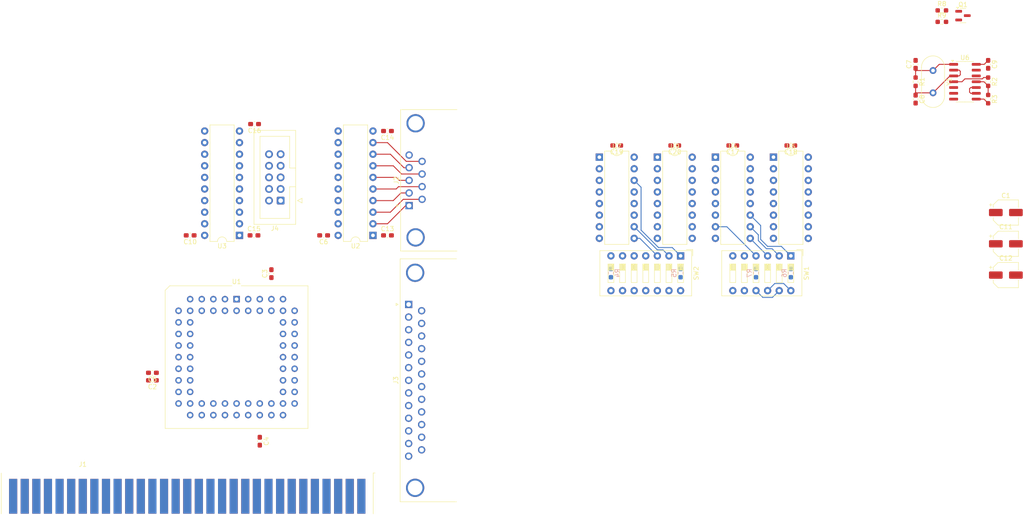
<source format=kicad_pcb>
(kicad_pcb (version 20240108) (generator "pcbnew") (generator_version "8.0")
  (layers (0 "F.Cu" signal) (31 "B.Cu" signal) (34 "B.Paste" user) (35 "F.Paste" user) (36 "B.SilkS" user "B.Silkscreen") (37 "F.SilkS" user "F.Silkscreen") (38 "B.Mask" user) (39 "F.Mask" user) (44 "Edge.Cuts" user))
  (net 0 "")
  (net 1 "GND")
  (net 2 "+5V")
  (net 3 "Net-(C7-Pad1)")
  (net 4 "Net-(C8-Pad1)")
  (net 5 "+12V")
  (net 6 "-12V")
  (net 7 "/IRQ3")
  (net 9 "/A1")
  (net 11 "/IRQ6")
  (net 13 "/D3")
  (net 14 "/Address and Config/A6")
  (net 16 "/Address and Config/AEN")
  (net 21 "/A2")
  (net 24 "/D4")
  (net 27 "/Address and Config/A8")
  (net 28 "/D0")
  (net 29 "/Address and Config/A4")
  (net 32 "/RESET")
  (net 33 "/D7")
  (net 34 "/D6")
  (net 35 "/IRQ5")
  (net 38 "/~{IOR}")
  (net 43 "/IRQ4")
  (net 44 "/Address and Config/A7")
  (net 46 "/IRQ7")
  (net 50 "/Address and Config/A3")
  (net 51 "/D1")
  (net 54 "/~{IOW}")
  (net 56 "/D2")
  (net 57 "/D5")
  (net 58 "/Address and Config/A5")
  (net 59 "/A0")
  (net 61 "/Address and Config/A9")
  (net 62 "Net-(U2-RA4)")
  (net 63 "Net-(U2-RA3)")
  (net 64 "Net-(U2-DY3)")
  (net 65 "Net-(U2-RA5)")
  (net 66 "Net-(U2-RA1)")
  (net 67 "Net-(U2-DY2)")
  (net 68 "Net-(U2-DY1)")
  (net 69 "Net-(U2-RA2)")
  (net 70 "/PARPORT_PD1")
  (net 71 "/PARPORT_PD6")
  (net 72 "/PARPORT_PD0")
  (net 73 "/PARPORT_PD5")
  (net 74 "/PARPORT_PD3")
  (net 75 "/~{PARPORT_AFD}")
  (net 76 "/~{PARPORT_STB}")
  (net 77 "/PARPORT_PD4")
  (net 78 "/PARPORT_SLCT")
  (net 79 "/~{PARPORT_ERR}")
  (net 80 "/~{PARPORT_ACK}")
  (net 81 "/PARPORT_BUSY")
  (net 82 "/~{PARPORT_SLIN}")
  (net 83 "/PARPORT_PE")
  (net 84 "/PARPORT_PD7")
  (net 85 "/~{PARPORT_INIT}")
  (net 86 "/PARPORT_PD2")
  (net 87 "Net-(J4-Pin_8)")
  (net 88 "Net-(J4-Pin_3)")
  (net 89 "Net-(J4-Pin_2)")
  (net 90 "Net-(J4-Pin_6)")
  (net 92 "Net-(J4-Pin_5)")
  (net 93 "Net-(J4-Pin_7)")
  (net 94 "Net-(J4-Pin_4)")
  (net 95 "Net-(J4-Pin_1)")
  (net 96 "Net-(R2-Pad2)")
  (net 97 "Net-(R2-Pad1)")
  (net 98 "/CLK_UART")
  (net 99 "/Address and Config/PEMD")
  (net 100 "/Address and Config/~{PARPORT_CS}")
  (net 101 "/Address and Config/~{UART1_CS}")
  (net 102 "/Address and Config/~{UART0_CS}")
  (net 103 "/Address and Config/~{0x3F8}")
  (net 104 "/Address and Config/UART1_INT")
  (net 105 "/Address and Config/~{0x2E8}")
  (net 106 "/Address and Config/UART0_INT")
  (net 107 "/Address and Config/~{0x2F8}")
  (net 108 "/Address and Config/~{0x3E8}")
  (net 109 "/Address and Config/PARPORT_INT")
  (net 110 "/Address and Config/~{0x378}")
  (net 111 "/Address and Config/~{0x3BC}")
  (net 112 "/Address and Config/~{0x278}")
  (net 114 "/~{UART0_RTS}")
  (net 115 "/~{UART0_RI}")
  (net 116 "/~{UART1_RTS}")
  (net 118 "/~{UART1_DSR}")
  (net 119 "/~{RESET}")
  (net 120 "/~{UART0_DSR}")
  (net 123 "/~{UART0_DTR}")
  (net 124 "/UART0_SIN")
  (net 126 "/~{UART1_DTR}")
  (net 127 "/UART0_SOUT")
  (net 128 "/UART1_SOUT")
  (net 131 "/UART1_SIN")
  (net 132 "/~{UART0_CTS}")
  (net 133 "/~{UART1_RI}")
  (net 134 "/~{UART1_CTS}")
  (net 135 "/~{UART0_DCD}")
  (net 136 "/~{UART1_DCD}")
  (net 138 "Net-(U4-E2)")
  (net 149 "Net-(U6-Pad10)")
  (net 153 "Net-(U7-E2)")
  (net 165 "Net-(Q1-B)")
  (footprint "Capacitor_SMD:C_0603_1608Metric_Pad1.08x0.95mm_HandSolder" (layer "F.Cu") (at 203.2 90.17 180)
    (property "Reference" "C17")
    (property "Value" "100n")
  )
  (footprint "Package_SO:SO-14_3.9x8.65mm_P1.27mm" (layer "F.Cu") (at 254 76.2)
    (property "Reference" "U6")
    (property "Value" "74HCU04")
  )
  (footprint "pc-parts:BUS_AT_8BIT" (layer "F.Cu") (at 121.92 167.005)
    (property "Reference" "J1")
    (property "Value" "Bus_ISA_8bit")
  )
  (footprint "Connector_IDC:IDC-Header_2x05_P2.54mm_Vertical" (layer "F.Cu") (at 104.2575 102.235 180)
    (property "Reference" "J4")
    (property "Value" "Conn_02x05_Odd_Even")
  )
  (footprint "Capacitor_SMD:CP_Elec_5x5.3" (layer "F.Cu") (at 262.955 118.550662)
    (property "Reference" "C12")
    (property "Value" "22u")
  )
  (footprint "Capacitor_SMD:C_0603_1608Metric_Pad1.08x0.95mm_HandSolder" (layer "F.Cu") (at 76.2 141.605 180)
    (property "Reference" "C2")
    (property "Value" "100n")
  )
  (footprint "Package_DIP:DIP-16_W7.62mm" (layer "F.Cu") (at 212.1 92.725)
    (property "Reference" "U5")
    (property "Value" "74LS138")
  )
  (footprint "Capacitor_SMD:C_0603_1608Metric_Pad1.08x0.95mm_HandSolder" (layer "F.Cu") (at 127.635 86.995 180)
    (property "Reference" "C14")
    (property "Value" "100n")
  )
  (footprint "Capacitor_SMD:C_0603_1608Metric_Pad1.08x0.95mm_HandSolder" (layer "F.Cu") (at 99.695 154.94 -90)
    (property "Reference" "C4")
    (property "Value" "100n")
  )
  (footprint "Resistor_SMD:R_0603_1608Metric_Pad0.98x0.95mm_HandSolder" (layer "F.Cu") (at 259.08 76.2 -90)
    (property "Reference" "R2")
    (property "Value" "1K")
  )
  (footprint "Resistor_SMD:R_0603_1608Metric_Pad0.98x0.95mm_HandSolder" (layer "F.Cu") (at 248.9505 60.577)
    (property "Reference" "R8")
    (property "Value" "1K")
  )
  (footprint "Connector_Dsub:DSUB-25_Female_Horizontal_P2.77x2.84mm_EdgePinOffset7.70mm_Housed_MountingHolesOffset9.12mm" (layer "F.Cu") (at 132.269669 124.98 90)
    (property "Reference" "J3")
    (property "Value" "Parallel")
  )
  (footprint "Capacitor_SMD:C_0603_1608Metric_Pad1.08x0.95mm_HandSolder" (layer "F.Cu") (at 84.455 109.855 180)
    (property "Reference" "C10")
    (property "Value" "100n")
  )
  (footprint "Capacitor_SMD:CP_Elec_5x5.3" (layer "F.Cu") (at 262.955 111.700662)
    (property "Reference" "C11")
    (property "Value" "22u")
  )
  (footprint "Button_Switch_THT:SW_DIP_SPSTx07_Slide_9.78x19.96mm_W7.62mm_P2.54mm" (layer "F.Cu") (at 191.775 114.3425 -90)
    (property "Reference" "SW2")
    (property "Value" "SW_DIP_x07")
  )
  (footprint "Capacitor_SMD:C_0603_1608Metric_Pad1.08x0.95mm_HandSolder" (layer "F.Cu") (at 259.08 72.39 -90)
    (property "Reference" "C9")
    (property "Value" "100n")
  )
  (footprint "Package_DIP:DIP-16_W7.62mm" (layer "F.Cu") (at 186.7 92.725)
    (property "Reference" "U9")
    (property "Value" "74LS138")
  )
  (footprint "Button_Switch_THT:SW_DIP_SPSTx06_Slide_9.78x17.42mm_W7.62mm_P2.54mm" (layer "F.Cu") (at 215.9 114.3425 -90)
    (property "Reference" "SW1")
    (property "Value" "SW_DIP_x06")
  )
  (footprint "Connector_Dsub:DSUB-9_Male_Horizontal_P2.77x2.84mm_EdgePinOffset7.70mm_Housed_MountingHolesOffset9.12mm" (layer "F.Cu") (at 132.369669 103.34 90)
    (property "Reference" "J2")
    (property "Value" "DE9")
  )
  (footprint "Capacitor_SMD:C_0603_1608Metric_Pad1.08x0.95mm_HandSolder" (layer "F.Cu") (at 190.5 90.17 180)
    (property "Reference" "C20")
    (property "Value" "100n")
  )
  (footprint "Crystal:Crystal_HC49-U_Vertical" (layer "F.Cu") (at 247.015 73.75 -90)
    (property "Reference" "Y1")
    (property "Value" "1.8432MHz")
  )
  (footprint "Resistor_SMD:R_0603_1608Metric_Pad0.98x0.95mm_HandSolder" (layer "F.Cu") (at 248.9505 63.087)
    (property "Reference" "R9")
    (property "Value" "1K")
  )
  (footprint "Package_DIP:DIP-20_W7.62mm" (layer "F.Cu") (at 95.25 109.855 180)
    (property "Reference" "U3")
    (property "Value" "GD75232N")
  )
  (footprint "Resistor_SMD:R_0603_1608Metric_Pad0.98x0.95mm_HandSolder" (layer "F.Cu") (at 259.08 80.01 -90)
    (property "Reference" "R3")
    (property "Value" "10K")
  )
  (footprint "Capacitor_SMD:C_0603_1608Metric_Pad1.08x0.95mm_HandSolder" (layer "F.Cu") (at 98.425 109.855)
    (property "Reference" "C15")
    (property "Value" "100n")
  )
  (footprint "Package_DIP:DIP-16_W7.62mm" (layer "F.Cu") (at 174 92.725)
    (property "Reference" "U7")
    (property "Value" "74LS138")
  )
  (footprint "Capacitor_SMD:C_0603_1608Metric_Pad1.08x0.95mm_HandSolder" (layer "F.Cu") (at 102.235 118.237 90)
    (property "Reference" "C3")
    (property "Value" "100n")
  )
  (footprint "Capacitor_SMD:CP_Elec_5x5.3" (layer "F.Cu") (at 262.955 104.850662)
    (property "Reference" "C1")
    (property "Value" "22u")
  )
  (footprint "Capacitor_SMD:C_0603_1608Metric_Pad1.08x0.95mm_HandSolder" (layer "F.Cu") (at 127.635 109.855)
    (property "Reference" "C13")
    (property "Value" "100n")
  )
  (footprint "Package_DIP:DIP-20_W7.62mm" (layer "F.Cu") (at 124.46 109.855 180)
    (property "Reference" "U2")
    (property "Value" "GD75232N")
  )
  (footprint "Package_DIP:DIP-16_W7.62mm" (layer "F.Cu") (at 199.4 92.725)
    (property "Reference" "U4")
    (property "Value" "74LS138")
  )
  (footprint "Capacitor_SMD:C_0603_1608Metric_Pad1.08x0.95mm_HandSolder" (layer "F.Cu") (at 98.552 85.471 180)
    (property "Reference" "C16")
    (property "Value" "100n")
  )
  (footprint "Capacitor_SMD:C_0603_1608Metric_Pad1.08x0.95mm_HandSolder" (layer "F.Cu") (at 76.2 139.954 180)
    (property "Reference" "C5")
    (property "Value" "100n")
  )
  (footprint "Capacitor_SMD:C_0603_1608Metric_Pad1.08x0.95mm_HandSolder" (layer "F.Cu") (at 113.665 109.855 180)
    (property "Reference" "C6")
    (property "Value" "100n")
  )
  (footprint "Package_TO_SOT_SMD:SOT-23" (layer "F.Cu") (at 253.5705 61.722)
    (property "Reference" "Q1")
    (property "Value" "MMBT3904")
  )
  (footprint "Capacitor_SMD:C_0603_1608Metric_Pad1.08x0.95mm_HandSolder" (layer "F.Cu") (at 243.205 72.39 90)
    (property "Reference" "C7")
    (property "Value" "22p")
  )
  (footprint "Resistor_SMD:R_0603_1608Metric_Pad0.98x0.95mm_HandSolder" (layer "F.Cu") (at 243.205 76.2 -90)
    (property "Reference" "R1")
    (property "Value" "1M")
  )
  (footprint "Capacitor_SMD:C_0603_1608Metric_Pad1.08x0.95mm_HandSolder" (layer "F.Cu") (at 243.205 80.01 -90)
    (property "Reference" "C8")
    (property "Value" "22p")
  )
  (footprint "Capacitor_SMD:C_0603_1608Metric_Pad1.08x0.95mm_HandSolder" (layer "F.Cu") (at 215.9 90.17 180)
    (property "Reference" "C18")
    (property "Value" "100n")
  )
  (footprint "Capacitor_SMD:C_0603_1608Metric_Pad1.08x0.95mm_HandSolder" (layer "F.Cu") (at 177.8 90.17 180)
    (property "Reference" "C19")
    (property "Value" "100n")
  )
  (footprint "Package_LCC:PLCC-68_THT-Socket" (layer "F.Cu") (at 94.615 123.825)
    (property "Reference" "U1")
    (property "Value" "TL16C552A")
  )
  (footprint "Resistor_SMD:R_0603_1608Metric_Pad0.98x0.95mm_HandSolder" (layer "B.Cu") (at 191.77 118.11 -90)
    (property "Reference" "R5")
    (property "Value" "10K")
  )
  (footprint "Resistor_SMD:R_0603_1608Metric_Pad0.98x0.95mm_HandSolder" (layer "B.Cu") (at 215.9 118.11 -90)
    (property "Reference" "R6")
    (property "Value" "10K")
  )
  (footprint "Resistor_SMD:R_0603_1608Metric_Pad0.98x0.95mm_HandSolder" (layer "B.Cu") (at 208.28 118.11 -90)
    (property "Reference" "R7")
    (property "Value" "10K")
  )
  (footprint "Resistor_SMD:R_0603_1608Metric_Pad0.98x0.95mm_HandSolder" (layer "B.Cu") (at 176.53 118.11 90)
    (property "Reference" "R4")
    (property "Value" "10K")
  )
  (segment (start 258.2175 72.39) (end 259.08 71.5275) (width 0.2) (layer "F.Cu") (net 2))
  (segment (start 256.475 72.39) (end 258.2175 72.39) (width 0.2) (layer "F.Cu") (net 2))
  (segment (start 243.205 75.2875) (end 243.205 73.914) (width 0.2) (layer "F.Cu") (net 3))
  (segment (start 247.015 73.75) (end 243.369 73.75) (width 0.2) (layer "F.Cu") (net 3))
  (segment (start 248.375 72.39) (end 247.015 73.75) (width 0.2) (layer "F.Cu") (net 3))
  (segment (start 251.525 72.39) (end 248.375 72.39) (width 0.2) (layer "F.Cu") (net 3))
  (segment (start 243.205 73.914) (end 243.205 73.2525) (width 0.2) (layer "F.Cu") (net 3))
  (segment (start 243.369 73.75) (end 243.205 73.914) (width 0.2) (layer "F.Cu") (net 3))
  (segment (start 247.015 78.63) (end 243.349 78.63) (width 0.2) (layer "F.Cu") (net 4))
  (segment (start 243.205 77.1125) (end 243.205 78.486) (width 0.2) (layer "F.Cu") (net 4))
  (segment (start 250.715 74.93) (end 247.015 78.63) (width 0.2) (layer "F.Cu") (net 4))
  (segment (start 251.525 74.93) (end 250.715 74.93) (width 0.2) (layer "F.Cu") (net 4))
  (segment (start 251.525 74.93) (end 252.73 74.93) (width 0.2) (layer "F.Cu") (net 4))
  (segment (start 252.73 74.93) (end 252.984 74.676) (width 0.2) (layer "F.Cu") (net 4))
  (segment (start 243.205 78.486) (end 243.205 79.1475) (width 0.2) (layer "F.Cu") (net 4))
  (segment (start 252.73 73.66) (end 252.984 73.914) (width 0.2) (layer "F.Cu") (net 4))
  (segment (start 252.984 74.676) (end 252.984 73.914) (width 0.2) (layer "F.Cu") (net 4))
  (segment (start 243.349 78.63) (end 243.205 78.486) (width 0.2) (layer "F.Cu") (net 4))
  (segment (start 251.525 73.66) (end 252.73 73.66) (width 0.2) (layer "F.Cu") (net 4))
  (segment (start 128.905 94.615) (end 124.46 94.615) (width 0.2) (layer "F.Cu") (net 62))
  (segment (start 130.705 96.415) (end 128.905 94.615) (width 0.2) (layer "F.Cu") (net 62))
  (segment (start 135.209669 96.415) (end 130.705 96.415) (width 0.2) (layer "F.Cu") (net 62))
  (segment (start 130.57 100.57) (end 128.905 102.235) (width 0.2) (layer "F.Cu") (net 63))
  (segment (start 128.905 102.235) (end 124.46 102.235) (width 0.2) (layer "F.Cu") (net 63))
  (segment (start 132.369669 100.57) (end 130.57 100.57) (width 0.2) (layer "F.Cu") (net 63))
  (segment (start 128.27 92.075) (end 124.46 92.075) (width 0.2) (layer "F.Cu") (net 64))
  (segment (start 132.369669 95.03) (end 131.225 95.03) (width 0.2) (layer "F.Cu") (net 64))
  (segment (start 131.225 95.03) (end 128.27 92.075) (width 0.2) (layer "F.Cu") (net 64))
  (segment (start 135.209669 93.645) (end 131.745 93.645) (width 0.2) (layer "F.Cu") (net 65))
  (segment (start 127.635 89.535) (end 124.46 89.535) (width 0.2) (layer "F.Cu") (net 65))
  (segment (start 131.745 93.645) (end 127.635 89.535) (width 0.2) (layer "F.Cu") (net 65))
  (segment (start 127.635 107.315) (end 124.46 107.315) (width 0.2) (layer "F.Cu") (net 66))
  (segment (start 132.369669 103.34) (end 131.61 103.34) (width 0.2) (layer "F.Cu") (net 66))
  (segment (start 131.61 103.34) (end 127.635 107.315) (width 0.2) (layer "F.Cu") (net 66))
  (segment (start 129.54 97.155) (end 124.46 97.155) (width 0.2) (layer "F.Cu") (net 67))
  (segment (start 132.369669 97.8) (end 130.185 97.8) (width 0.2) (layer "F.Cu") (net 67))
  (segment (start 130.185 97.8) (end 129.54 97.155) (width 0.2) (layer "F.Cu") (net 67))
  (segment (start 129.54 99.695) (end 124.46 99.695) (width 0.2) (layer "F.Cu") (net 68))
  (segment (start 135.209669 99.185) (end 130.05 99.185) (width 0.2) (layer "F.Cu") (net 68))
  (segment (start 130.05 99.185) (end 129.54 99.695) (width 0.2) (layer "F.Cu") (net 68))
  (segment (start 131.09 101.955) (end 128.27 104.775) (width 0.2) (layer "F.Cu") (net 69))
  (segment (start 128.27 104.775) (end 124.46 104.775) (width 0.2) (layer "F.Cu") (net 69))
  (segment (start 135.209669 101.955) (end 131.09 101.955) (width 0.2) (layer "F.Cu") (net 69))
  (segment (start 259.08 77.1125) (end 259.08 79.0975) (width 0.2) (layer "F.Cu") (net 96))
  (segment (start 256.475 76.2) (end 258.1675 76.2) (width 0.2) (layer "F.Cu") (net 96))
  (segment (start 258.1675 76.2) (end 259.08 77.1125) (width 0.2) (layer "F.Cu") (net 96))
  (segment (start 253.365 76.2) (end 251.525 76.2) (width 0.2) (layer "F.Cu") (net 97))
  (segment (start 258.0875 75.2875) (end 257.81 75.565) (width 0.2) (layer "F.Cu") (net 97))
  (segment (start 259.08 75.2875) (end 258.0875 75.2875) (width 0.2) (layer "F.Cu") (net 97))
  (segment (start 254 75.565) (end 253.365 76.2) (width 0.2) (layer "F.Cu") (net 97))
  (segment (start 257.81 75.565) (end 254 75.565) (width 0.2) (layer "F.Cu") (net 97))
  (segment (start 256.475 80.01) (end 258.1675 80.01) (width 0.2) (layer "F.Cu") (net 98))
  (segment (start 258.1675 80.01) (end 259.08 80.9225) (width 0.2) (layer "F.Cu") (net 98))
  (segment (start 210.82 121.9625) (end 212.3865 120.396) (width 0.2) (layer "B.Cu") (net 101))
  (segment (start 214.3335 120.396) (end 215.9 121.9625) (width 0.2) (layer "B.Cu") (net 101))
  (segment (start 212.3865 120.396) (end 214.3335 120.396) (width 0.2) (layer "B.Cu") (net 101))
  (segment (start 211.8785 123.444) (end 209.7615 123.444) (width 0.2) (layer "B.Cu") (net 102))
  (segment (start 213.36 121.9625) (end 211.8785 123.444) (width 0.2) (layer "B.Cu") (net 102))
  (segment (start 209.7615 123.444) (end 208.28 121.9625) (width 0.2) (layer "B.Cu") (net 102))
  (segment (start 199.4 107.965) (end 201.9025 107.965) (width 0.2) (layer "B.Cu") (net 103))
  (segment (start 201.9025 107.965) (end 208.28 114.3425) (width 0.2) (layer "B.Cu") (net 103))
  (segment (start 213.8255 112.268) (end 210.82 112.268) (width 0.2) (layer "B.Cu") (net 105))
  (segment (start 209.296 107.701) (end 207.02 105.425) (width 0.2) (layer "B.Cu") (net 105))
  (segment (start 210.82 112.268) (end 209.296 110.744) (width 0.2) (layer "B.Cu") (net 105))
  (segment (start 209.296 110.744) (end 209.296 107.701) (width 0.2) (layer "B.Cu") (net 105))
  (segment (start 215.9 114.3425) (end 213.8255 112.268) (width 0.2) (layer "B.Cu") (net 105))
  (segment (start 210.82 114.3425) (end 207.02 110.5425) (width 0.2) (layer "B.Cu") (net 107))
  (segment (start 207.02 110.5425) (end 207.02 110.505) (width 0.2) (layer "B.Cu") (net 107))
  (segment (start 208.783 109.728) (end 207.02 107.965) (width 0.2) (layer "B.Cu") (net 108))
  (segment (start 211.7935 112.776) (end 210.566 112.776) (width 0.2) (layer "B.Cu") (net 108))
  (segment (start 208.788 110.998) (end 208.788 109.728) (width 0.2) (layer "B.Cu") (net 108))
  (segment (start 208.788 109.728) (end 208.783 109.728) (width 0.2) (layer "B.Cu") (net 108))
  (segment (start 210.566 112.776) (end 208.788 110.998) (width 0.2) (layer "B.Cu") (net 108))
  (segment (start 213.36 114.3425) (end 211.7935 112.776) (width 0.2) (layer "B.Cu") (net 108))
  (segment (start 187.9225 113.03) (end 186.685 113.03) (width 0.2) (layer "B.Cu") (net 110))
  (segment (start 186.685 113.03) (end 181.62 107.965) (width 0.2) (layer "B.Cu") (net 110))
  (segment (start 189.235 114.3425) (end 187.9225 113.03) (width 0.2) (layer "B.Cu") (net 110))
  (segment (start 182.8575 110.505) (end 181.62 110.505) (width 0.2) (layer "B.Cu") (net 111))
  (segment (start 186.695 114.3425) (end 182.8575 110.505) (width 0.2) (layer "B.Cu") (net 111))
  (segment (start 191.775 114.3425) (end 189.9545 112.522) (width 0.2) (layer "B.Cu") (net 112))
  (segment (start 186.944 112.522) (end 183.134 108.712) (width 0.2) (layer "B.Cu") (net 112))
  (segment (start 183.134 108.712) (end 183.134 99.319) (width 0.2) (layer "B.Cu") (net 112))
  (segment (start 189.9545 112.522) (end 186.944 112.522) (width 0.2) (layer "B.Cu") (net 112))
  (segment (start 183.134 99.319) (end 181.62 97.805) (width 0.2) (layer "B.Cu") (net 112))
  (segment (start 255.27 77.47) (end 255.016 77.724) (width 0.2) (layer "F.Cu") (net 149))
  (segment (start 255.27 78.74) (end 255.016 78.486) (width 0.2) (layer "F.Cu") (net 149))
  (segment (start 256.475 77.47) (end 255.27 77.47) (width 0.2) (layer "F.Cu") (net 149))
  (segment (start 256.475 78.74) (end 255.27 78.74) (width 0.2) (layer "F.Cu") (net 149))
  (segment (start 255.016 77.724) (end 255.016 78.486) (width 0.2) (layer "F.Cu") (net 149))
)
</source>
